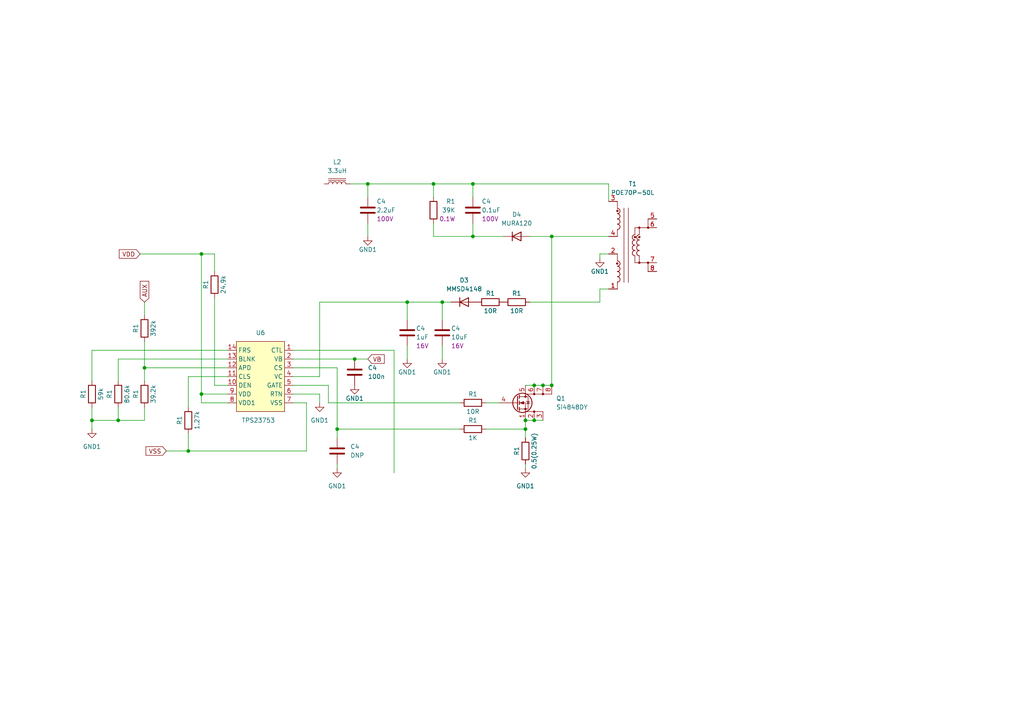
<source format=kicad_sch>
(kicad_sch (version 20230121) (generator eeschema)
  (paper "A4")
  (lib_symbols
    (symbol "Device:C" (pin_numbers hide) (pin_names (offset 0.254))
      (property "Reference" "C" (at 0.635 2.54 0))
      (property "Value" "C" (at 0.635 -2.54 0))
      (symbol "C_0_1"
        (polyline (pts (xy -2.032 -0.762) (xy 2.032 -0.762)) (stroke (width 0.508)))
        (polyline (pts (xy -2.032 0.762) (xy 2.032 0.762)) (stroke (width 0.508)))
      )
      (symbol "C_1_1"
        (pin passive line (at 0 3.81 270) (length 2.794) (name "~") (number "1"))
        (pin passive line (at 0 -3.81 90) (length 2.794) (name "~") (number "2"))
      )
    )
    (symbol "Device:D" (pin_numbers hide) (pin_names (offset 1.016) hide)
      (property "Reference" "D" (at 0 2.54 0))
      (property "Value" "D" (at 0 -2.54 0))
      (symbol "D_0_1"
        (polyline (pts (xy -1.27 1.27) (xy -1.27 -1.27)) (stroke (width 0.254)))
        (polyline (pts (xy 1.27 0) (xy -1.27 0)))
        (polyline (pts (xy 1.27 1.27) (xy 1.27 -1.27) (xy -1.27 0) (xy 1.27 1.27)) (stroke (width 0.254)))
      )
      (symbol "D_1_1"
        (pin passive line (at -3.81 0 0) (length 2.54) (name "K") (number "1"))
        (pin passive line (at 3.81 0 180) (length 2.54) (name "A") (number "2"))
      )
    )
    (symbol "Device:L_Iron" (pin_numbers hide) (pin_names (offset 1.016) hide)
      (property "Reference" "L" (at -1.27 0 90))
      (property "Value" "L_Iron" (at 2.794 0 90))
      (symbol "L_Iron_0_1"
        (arc (start 0 -2.54) (mid 0.6323 -1.905) (end 0 -1.27))
        (arc (start 0 -1.27) (mid 0.6323 -0.635) (end 0 0))
        (polyline (pts (xy 1.016 2.54) (xy 1.016 -2.54)))
        (polyline (pts (xy 1.524 -2.54) (xy 1.524 2.54)))
        (arc (start 0 0) (mid 0.6323 0.635) (end 0 1.27))
        (arc (start 0 1.27) (mid 0.6323 1.905) (end 0 2.54))
      )
      (symbol "L_Iron_1_1"
        (pin passive line (at 0 3.81 270) (length 1.27) (name "1") (number "1"))
        (pin passive line (at 0 -3.81 90) (length 1.27) (name "2") (number "2"))
      )
    )
    (symbol "Device:R" (pin_numbers hide) (pin_names (offset 0))
      (property "Reference" "R" (at 2.032 0 90))
      (property "Value" "R" (at 0 0 90))
      (symbol "R_0_1"
        (rectangle (start -1.016 -2.54) (end 1.016 2.54) (stroke (width 0.254)))
      )
      (symbol "R_1_1"
        (pin passive line (at 0 3.81 270) (length 1.27) (name "~") (number "1"))
        (pin passive line (at 0 -3.81 90) (length 1.27) (name "~") (number "2"))
      )
    )
    (symbol "Device:Si4848DY" (pin_names (offset 0) hide)
      (property "Reference" "Q" (at 5.08 1.27 0))
      (property "Value" "Si4848DY" (at 5.08 -1.27 0))
      (symbol "Si4848DY_0_1"
        (polyline (pts (xy 0.254 0) (xy -2.54 0)))
        (polyline (pts (xy 0.254 1.905) (xy 0.254 -1.905)) (stroke (width 0.254)))
        (polyline (pts (xy 0.762 -1.27) (xy 0.762 -2.286)) (stroke (width 0.254)))
        (polyline (pts (xy 0.762 0.508) (xy 0.762 -0.508)) (stroke (width 0.254)))
        (polyline (pts (xy 0.762 2.286) (xy 0.762 1.27)) (stroke (width 0.254)))
        (polyline (pts (xy 2.54 -2.54) (xy 5.08 -2.54)))
        (polyline (pts (xy 2.54 2.54) (xy 2.54 1.778)))
        (polyline (pts (xy 5.08 -2.54) (xy 7.62 -2.54)))
        (polyline (pts (xy 5.08 2.54) (xy 2.54 2.54)))
        (polyline (pts (xy 5.08 2.54) (xy 10.16 2.54)))
        (polyline (pts (xy 2.54 -2.54) (xy 2.54 0) (xy 0.762 0)))
        (polyline (pts (xy 0.762 -1.778) (xy 3.302 -1.778) (xy 3.302 1.778) (xy 0.762 1.778)))
        (polyline (pts (xy 1.016 0) (xy 2.032 0.381) (xy 2.032 -0.381) (xy 1.016 0)) (fill (type outline)))
        (polyline (pts (xy 2.794 0.508) (xy 2.921 0.381) (xy 3.683 0.381) (xy 3.81 0.254)))
        (polyline (pts (xy 3.302 0.381) (xy 2.921 -0.254) (xy 3.683 -0.254) (xy 3.302 0.381)))
        (circle (center 1.651 0) (radius 2.794) (stroke (width 0.254)))
        (circle (center 2.54 -1.778) (radius 0.254) (fill (type outline)))
        (circle (center 2.54 1.778) (radius 0.254) (fill (type outline)))
        (circle (center 5.08 -2.54) (radius 0.254) (fill (type outline)))
        (circle (center 5.08 2.54) (radius 0.254) (fill (type outline)))
        (circle (center 7.62 2.54) (radius 0.254) (fill (type outline)))
      )
      (symbol "Si4848DY_1_1"
        (pin passive line (at 2.54 -5.08 90) (length 2.54) (name "S") (number "1"))
        (pin passive line (at 5.08 -5.08 90) (length 2.54) (name "S") (number "2"))
        (pin passive line (at 7.62 -5.08 90) (length 2.54) (name "S") (number "3"))
        (pin input line (at -5.08 0 0) (length 2.54) (name "G") (number "4"))
        (pin passive line (at 2.54 5.08 270) (length 2.54) (name "D") (number "5"))
        (pin passive line (at 5.08 5.08 270) (length 2.54) (name "D") (number "6"))
        (pin passive line (at 7.62 5.08 270) (length 2.54) (name "D") (number "7"))
        (pin passive line (at 10.16 5.08 270) (length 2.54) (name "D") (number "8"))
      )
    )
    (symbol "Diode:MMSD4148" (pin_numbers hide) (pin_names hide)
      (property "Reference" "D" (at 0 2.54 0))
      (property "Value" "MMSD4148" (at 0 -2.54 0))
      (symbol "MMSD4148_0_1"
        (polyline (pts (xy -1.27 1.27) (xy -1.27 -1.27)) (stroke (width 0.254)))
        (polyline (pts (xy 1.27 0) (xy -1.27 0)))
        (polyline (pts (xy 1.27 1.27) (xy 1.27 -1.27) (xy -1.27 0) (xy 1.27 1.27)) (stroke (width 0.254)))
      )
      (symbol "MMSD4148_1_1"
        (pin passive line (at -3.81 0 0) (length 2.54) (name "K") (number "1"))
        (pin passive line (at 3.81 0 180) (length 2.54) (name "A") (number "2"))
      )
    )
    (symbol "Regulator_Controller:TPS23753APWR"
      (property "Reference" "U" (at 0 0 0))
      (symbol "TPS23753APWR_1_1"
        (rectangle (start 1.27 -2.54) (end 15.24 -22.86) (fill (type background)))
        (pin passive line (at -1.27 -5.08 0) (length 2.54) (name "CTL") (number "1"))
        (pin passive line (at 17.78 -15.24 180) (length 2.54) (name "DEN") (number "10"))
        (pin passive line (at 17.78 -12.7 180) (length 2.54) (name "CLS") (number "11"))
        (pin passive line (at 17.78 -10.16 180) (length 2.54) (name "APD") (number "12"))
        (pin passive line (at 17.78 -7.62 180) (length 2.54) (name "BLNK") (number "13"))
        (pin passive line (at 17.78 -5.08 180) (length 2.54) (name "FRS") (number "14"))
        (pin passive line (at -1.27 -7.62 0) (length 2.54) (name "VB") (number "2"))
        (pin passive line (at -1.27 -10.16 0) (length 2.54) (name "CS") (number "3"))
        (pin passive line (at -1.23 -12.7 0) (length 2.5) (name "VC") (number "4"))
        (pin passive line (at -1.27 -15.24 0) (length 2.54) (name "GATE") (number "5"))
        (pin passive line (at -1.27 -17.78 0) (length 2.54) (name "RTN") (number "6"))
        (pin passive line (at -1.27 -20.32 0) (length 2.54) (name "VSS") (number "7"))
        (pin passive line (at 17.78 -20.32 180) (length 2.54) (name "VDD1") (number "8"))
        (pin passive line (at 17.78 -17.78 180) (length 2.54) (name "VDD") (number "9"))
      )
    )
    (symbol "Transformer:POE70P-50L" (pin_names hide)
      (property "Reference" "T" (at 0 16.51 0))
      (property "Value" "POE70P-50L" (at 0 13.97 0))
      (symbol "POE70P-50L_0_1"
        (circle (center -2.591 -6.5767) (radius 0.254) (fill (type outline)))
        (arc (start -2.54 -11.938) (mid -1.7813 -11.176) (end -2.54 -10.414) (stroke (width 0.2032)))
        (arc (start -2.54 -10.414) (mid -1.7813 -9.652) (end -2.54 -8.89) (stroke (width 0.2032)))
        (arc (start -2.54 -8.89) (mid -1.7813 -8.128) (end -2.54 -7.366) (stroke (width 0.2032)))
        (arc (start -2.54 -7.366) (mid -1.7813 -6.604) (end -2.54 -5.842) (stroke (width 0.2032)))
        (arc (start -2.54 3.302) (mid -1.7813 4.064) (end -2.54 4.826) (stroke (width 0.2032)))
        (arc (start -2.54 4.826) (mid -1.7813 5.588) (end -2.54 6.35) (stroke (width 0.2032)))
        (arc (start -2.54 6.35) (mid -1.7813 7.112) (end -2.54 7.874) (stroke (width 0.2032)))
        (arc (start -2.54 7.874) (mid -1.7813 8.636) (end -2.54 9.398) (stroke (width 0.2032)))
        (circle (center -2.54 8.68) (radius 0.254) (fill (type outline)))
        (polyline (pts (xy -2.54 -13.97) (xy -2.54 -11.938)))
        (polyline (pts (xy -2.54 -5.842) (xy -2.54 -3.81)))
        (polyline (pts (xy -2.54 1.27) (xy -2.54 3.302)))
        (polyline (pts (xy -2.54 9.398) (xy -2.54 11.43)))
        (polyline (pts (xy -0.635 -12.065) (xy -0.635 9.525)))
        (polyline (pts (xy 0.635 -12.065) (xy 0.635 9.525)))
        (polyline (pts (xy 2.54 -6.35) (xy 2.54 -4.318)))
        (polyline (pts (xy 2.54 -6.35) (xy 6.35 -6.35)))
        (polyline (pts (xy 2.54 1.778) (xy 2.54 3.81)))
        (polyline (pts (xy 2.54 3.81) (xy 6.35 3.81)))
        (polyline (pts (xy 3.81 -6.35) (xy 3.81 -4.318)))
        (polyline (pts (xy 3.81 1.778) (xy 3.81 3.81)))
        (polyline (pts (xy 6.35 -8.89) (xy 6.35 -6.35)))
        (polyline (pts (xy 6.35 6.35) (xy 6.35 3.81)))
        (arc (start 2.54 -1.27) (mid 1.7813 -2.032) (end 2.54 -2.794) (stroke (width 0.2032)))
        (arc (start 2.54 0.254) (mid 1.7813 -0.508) (end 2.54 -1.27) (stroke (width 0.2032)))
        (arc (start 2.54 1.778) (mid 1.7813 1.016) (end 2.54 0.254) (stroke (width 0.2032)))
        (circle (center 2.5506 1.0737) (radius 0.254) (fill (type outline)))
        (circle (center 3.81 -6.35) (radius 0.254) (fill (type outline)))
        (arc (start 3.81 -1.27) (mid 3.0513 -2.032) (end 3.81 -2.794) (stroke (width 0.2032)))
        (arc (start 3.81 0.254) (mid 3.0513 -0.508) (end 3.81 -1.27) (stroke (width 0.2032)))
        (arc (start 3.81 1.778) (mid 3.0513 1.016) (end 3.81 0.254) (stroke (width 0.2032)))
        (circle (center 3.81 3.81) (radius 0.254) (fill (type outline)))
        (circle (center 3.8206 1.0737) (radius 0.254) (fill (type outline)))
        (circle (center 6.35 -6.35) (radius 0.254) (fill (type outline)))
        (circle (center 6.3834 3.8114) (radius 0.254) (fill (type outline)))
      )
      (symbol "POE70P-50L_1_1"
        (arc (start 2.54 -2.794) (mid 1.7813 -3.556) (end 2.54 -4.318) (stroke (width 0.2032)))
        (arc (start 3.81 -2.794) (mid 3.0513 -3.556) (end 3.81 -4.318) (stroke (width 0.2032)))
        (pin passive line (at -5.08 -13.97 0) (length 2.54) (name "~") (number "1"))
        (pin passive line (at -5.08 -3.81 0) (length 2.54) (name "~") (number "2"))
        (pin passive line (at -5.08 11.43 0) (length 2.54) (name "~") (number "3"))
        (pin passive line (at -5.08 1.27 0) (length 2.54) (name "~") (number "4"))
        (pin passive line (at 8.89 6.35 180) (length 2.54) (name "~") (number "5"))
        (pin passive line (at 8.89 3.81 180) (length 2.54) (name "~") (number "6"))
        (pin passive line (at 8.89 -6.35 180) (length 2.54) (name "~") (number "7"))
        (pin passive line (at 8.89 -8.89 180) (length 2.54) (name "~") (number "8"))
      )
    )
    (symbol "power:GND1" (power) (pin_names (offset 0))
      (property "Value" "GND1" (at 0 -3.81 0))
      (symbol "GND1_0_1"
        (polyline (pts (xy 0 0) (xy 0 -1.27) (xy 1.27 -1.27) (xy 0 -2.54) (xy -1.27 -1.27) (xy 0 -1.27)))
      )
      (symbol "GND1_1_1"
        (pin power_in line (at 0 0 270) (length 0) hide (name "GND1") (number "1"))
      )
    )
  )
  (junction (at 106.68 53.34))
  (junction (at 102.87 104.14))
  (junction (at 58.42 73.66))
  (junction (at 137.16 68.58))
  (junction (at 97.79 124.46))
  (junction (at 54.61 130.81))
  (junction (at 152.4 121.92))
  (junction (at 41.91 106.68))
  (junction (at 125.73 53.34))
  (junction (at 128.27 87.63))
  (junction (at 157.48 111.76))
  (junction (at 34.29 121.92))
  (junction (at 154.94 121.92))
  (junction (at 58.42 114.3))
  (junction (at 160.02 111.76))
  (junction (at 118.11 87.63))
  (junction (at 137.16 53.34))
  (junction (at 152.4 124.46))
  (junction (at 154.94 111.76))
  (junction (at 160.02 68.58))
  (junction (at 26.67 121.92))
  (wire (pts (xy 101.6 53.34) (xy 106.68 53.34)))
  (wire (pts (xy 97.79 135.89) (xy 97.79 134.62)))
  (wire (pts (xy 137.16 57.15) (xy 137.16 53.34)))
  (wire (pts (xy 41.91 99.06) (xy 41.91 106.68)))
  (wire (pts (xy 118.11 100.33) (xy 118.11 104.14)))
  (wire (pts (xy 154.94 121.92) (xy 157.48 121.92)))
  (wire (pts (xy 153.67 68.58) (xy 160.02 68.58)))
  (wire (pts (xy 41.91 106.68) (xy 41.91 110.49)))
  (wire (pts (xy 152.4 124.46) (xy 152.4 127)))
  (wire (pts (xy 66.04 101.6) (xy 26.67 101.6)))
  (wire (pts (xy 140.97 116.84) (xy 144.78 116.84)))
  (wire (pts (xy 152.4 121.92) (xy 154.94 121.92)))
  (wire (pts (xy 41.91 121.92) (xy 34.29 121.92)))
  (wire (pts (xy 58.42 73.66) (xy 62.23 73.66)))
  (wire (pts (xy 41.91 118.11) (xy 41.91 121.92)))
  (wire (pts (xy 118.11 87.63) (xy 118.11 92.71)))
  (wire (pts (xy 34.29 121.92) (xy 34.29 118.11)))
  (wire (pts (xy 160.02 68.58) (xy 176.53 68.58)))
  (wire (pts (xy 54.61 130.81) (xy 54.61 125.73)))
  (wire (pts (xy 176.53 53.34) (xy 176.53 58.42)))
  (wire (pts (xy 85.09 114.3) (xy 92.71 114.3)))
  (wire (pts (xy 157.48 111.76) (xy 160.02 111.76)))
  (wire (pts (xy 85.09 116.84) (xy 88.9 116.84)))
  (wire (pts (xy 173.99 74.93) (xy 173.99 73.66)))
  (wire (pts (xy 140.97 124.46) (xy 152.4 124.46)))
  (wire (pts (xy 54.61 118.11) (xy 54.61 109.22)))
  (wire (pts (xy 34.29 110.49) (xy 34.29 104.14)))
  (wire (pts (xy 137.16 53.34) (xy 176.53 53.34)))
  (wire (pts (xy 128.27 87.63) (xy 130.81 87.63)))
  (wire (pts (xy 92.71 87.63) (xy 92.71 109.22)))
  (wire (pts (xy 58.42 116.84) (xy 58.42 114.3)))
  (wire (pts (xy 95.25 116.84) (xy 133.35 116.84)))
  (wire (pts (xy 137.16 68.58) (xy 137.16 64.77)))
  (wire (pts (xy 62.23 73.66) (xy 62.23 78.74)))
  (wire (pts (xy 54.61 109.22) (xy 66.04 109.22)))
  (wire (pts (xy 85.09 111.76) (xy 95.25 111.76)))
  (wire (pts (xy 88.9 130.81) (xy 54.61 130.81)))
  (wire (pts (xy 85.09 101.6) (xy 114.3 101.6)))
  (wire (pts (xy 58.42 114.3) (xy 58.42 73.66)))
  (wire (pts (xy 152.4 111.76) (xy 154.94 111.76)))
  (wire (pts (xy 66.04 106.68) (xy 41.91 106.68)))
  (wire (pts (xy 128.27 92.71) (xy 128.27 87.63)))
  (wire (pts (xy 48.26 130.81) (xy 54.61 130.81)))
  (wire (pts (xy 146.05 68.58) (xy 137.16 68.58)))
  (wire (pts (xy 26.67 121.92) (xy 26.67 118.11)))
  (wire (pts (xy 85.09 106.68) (xy 97.79 106.68)))
  (wire (pts (xy 125.73 53.34) (xy 106.68 53.34)))
  (wire (pts (xy 66.04 114.3) (xy 58.42 114.3)))
  (wire (pts (xy 173.99 73.66) (xy 176.53 73.66)))
  (wire (pts (xy 26.67 101.6) (xy 26.67 110.49)))
  (wire (pts (xy 34.29 104.14) (xy 66.04 104.14)))
  (wire (pts (xy 152.4 124.46) (xy 152.4 121.92)))
  (wire (pts (xy 128.27 100.33) (xy 128.27 104.14)))
  (wire (pts (xy 125.73 53.34) (xy 137.16 53.34)))
  (wire (pts (xy 154.94 111.76) (xy 157.48 111.76)))
  (wire (pts (xy 92.71 87.63) (xy 118.11 87.63)))
  (wire (pts (xy 152.4 134.62) (xy 152.4 135.89)))
  (wire (pts (xy 125.73 57.15) (xy 125.73 53.34)))
  (wire (pts (xy 85.09 109.22) (xy 92.71 109.22)))
  (wire (pts (xy 137.16 68.58) (xy 125.73 68.58)))
  (wire (pts (xy 66.04 111.76) (xy 62.23 111.76)))
  (wire (pts (xy 26.67 121.92) (xy 26.67 124.46)))
  (wire (pts (xy 88.9 116.84) (xy 88.9 130.81)))
  (wire (pts (xy 95.25 111.76) (xy 95.25 116.84)))
  (wire (pts (xy 97.79 124.46) (xy 133.35 124.46)))
  (wire (pts (xy 106.68 53.34) (xy 106.68 57.15)))
  (wire (pts (xy 97.79 124.46) (xy 97.79 127)))
  (wire (pts (xy 66.04 116.84) (xy 58.42 116.84)))
  (wire (pts (xy 85.09 104.14) (xy 102.87 104.14)))
  (wire (pts (xy 173.99 83.82) (xy 176.53 83.82)))
  (wire (pts (xy 62.23 86.36) (xy 62.23 111.76)))
  (wire (pts (xy 128.27 87.63) (xy 118.11 87.63)))
  (wire (pts (xy 34.29 121.92) (xy 26.67 121.92)))
  (wire (pts (xy 173.99 87.63) (xy 173.99 83.82)))
  (wire (pts (xy 153.67 87.63) (xy 173.99 87.63)))
  (wire (pts (xy 97.79 106.68) (xy 97.79 124.46)))
  (wire (pts (xy 92.71 114.3) (xy 92.71 116.84)))
  (wire (pts (xy 41.91 87.63) (xy 41.91 91.44)))
  (wire (pts (xy 125.73 68.58) (xy 125.73 64.77)))
  (wire (pts (xy 160.02 111.76) (xy 160.02 68.58)))
  (wire (pts (xy 40.64 73.66) (xy 58.42 73.66)))
  (wire (pts (xy 114.3 101.6) (xy 114.3 137.16)))
  (wire (pts (xy 106.68 64.77) (xy 106.68 68.58)))
  (wire (pts (xy 102.87 104.14) (xy 106.68 104.14)))
  (global_label "VSS" (shape input) (at 48.26 130.81 180) (property "Intersheetrefs" "${INTERSHEET_REFS}" (effects hide)))
  (global_label "VB" (shape input) (at 106.68 104.14 0) (property "Intersheetrefs" "${INTERSHEET_REFS}" (effects hide)))
  (global_label "VDD" (shape input) (at 40.64 73.66 180) (property "Intersheetrefs" "${INTERSHEET_REFS}" (effects hide)))
  (global_label "AUX" (shape input) (at 41.91 87.63 90) (property "Intersheetrefs" "${INTERSHEET_REFS}" (effects hide)))
  (symbol (lib_id "Device:C") (at 128.27 96.52 0) (unit 1)
    (property "Reference" "C4" (at 130.81 95.25 0) (effects (justify left)))
    (property "Value" "10uF" (at 130.81 97.79 0) (effects (justify left)))
    (property "Footprint" "Capacitor_SMD:C_0402_1005Metric" (effects hide))
    (property "Voltage" "16V" (at 130.81 100.33 0) (effects (justify left)))
    (instances (project "stm32f745-eth-can-sdram" (path "" (reference "C4") (unit 1)) (path "" (reference "C12") (unit 1)) (path "" (reference "C48") (unit 1))))
  )
  (symbol (lib_id "Device:C") (at 102.87 107.95 0) (unit 1)
    (property "Reference" "C4" (at 106.68 106.68 0) (effects (justify left)))
    (property "Value" "100n" (at 106.68 109.22 0) (effects (justify left)))
    (property "Footprint" "Capacitor_SMD:C_0402_1005Metric" (effects hide))
    (instances (project "stm32f745-eth-can-sdram" (path "" (reference "C4") (unit 1)) (path "" (reference "C12") (unit 1)) (path "" (reference "C46") (unit 1))))
  )
  (symbol (lib_id "Device:R") (at 62.23 82.55 180) (unit 1)
    (property "Reference" "R1" (at 59.69 82.55 90))
    (property "Value" "24.9k" (at 64.77 82.55 90))
    (property "Footprint" "Resistor_SMD:R_0402_1005Metric" (effects hide))
    (instances (project "stm32f745-eth-can-sdram" (path "" (reference "R1") (unit 1)) (path "" (reference "R1") (unit 1)) (path "" (reference "R6") (unit 1)) (path "" (reference "R8") (unit 1))))
  )
  (symbol (lib_id "power:GND1") (at 152.4 135.89 0) (unit 1)
    (property "Reference" "#PWR047" (effects hide))
    (property "Value" "GND1" (at 152.4 140.97 0))
  )
  (symbol (lib_id "Device:R") (at 152.4 130.81 180) (unit 1)
    (property "Reference" "R1" (at 149.86 130.81 90))
    (property "Value" "0.5(0.25W)" (at 154.94 130.81 90))
    (property "Footprint" "Resistor_SMD:R_0402_1005Metric" (effects hide))
    (instances (project "stm32f745-eth-can-sdram" (path "" (reference "R1") (unit 1)) (path "" (reference "R1") (unit 1)) (path "" (reference "R6") (unit 1)) (path "" (reference "R16") (unit 1))))
  )
  (symbol (lib_id "Transformer:POE70P-50L") (at 181.61 69.85 0) (unit 1)
    (property "Reference" "T1" (at 183.5062 53.34 0))
    (property "Value" "POE70P-50L" (at 183.5062 55.88 0))
    (property "Datasheet" "https://es.farnell.com/en-ES/coilcraft/poe70p-50lb/transfrmr-flyback-1-0-262-155uh/dp/2458019" (effects hide))
  )
  (symbol (lib_id "Device:C") (at 97.79 130.81 0) (unit 1)
    (property "Reference" "C4" (at 101.6 129.54 0) (effects (justify left)))
    (property "Value" "DNP" (at 101.6 132.08 0) (effects (justify left)))
    (property "Footprint" "Capacitor_SMD:C_0402_1005Metric" (effects hide))
    (instances (project "stm32f745-eth-can-sdram" (path "" (reference "C4") (unit 1)) (path "" (reference "C3") (unit 1)) (path "" (reference "C36") (unit 1)) (path "" (reference "C45") (unit 1))))
  )
  (symbol (lib_id "Device:R") (at 142.24 87.63 90) (unit 1)
    (property "Reference" "R1" (at 142.24 85.09 90))
    (property "Value" "10R" (at 142.24 90.17 90))
    (property "Footprint" "Resistor_SMD:R_0402_1005Metric" (effects hide))
    (instances (project "stm32f745-eth-can-sdram" (path "" (reference "R1") (unit 1)) (path "" (reference "R1") (unit 1)) (path "" (reference "R6") (unit 1)) (path "" (reference "R17") (unit 1))))
  )
  (symbol (lib_id "power:GND1") (at 128.27 104.14 0) (unit 1)
    (property "Reference" "#PWR049" (effects hide))
    (property "Value" "GND1" (at 128.27 107.95 0))
  )
  (symbol (lib_id "Regulator_Controller:TPS23753APWR") (at 83.82 96.52 0) (mirror y) (unit 1)
    (property "Reference" "U6" (at 75.565 96.52 0))
    (property "Value" "TPS23753" (at 74.93 121.92 0))
    (property "Footprint" "Package_SO:TSSOP-14_4.4x5mm_P0.65mm" (effects hide))
    (property "Datasheet" "https://www.lcsc.com/product-detail/Power-Over-Ethernet-Controllers_Texas-Instruments-TPS23753APWR_C92115.html" (effects hide))
  )
  (symbol (lib_id "Device:R") (at 137.16 124.46 90) (unit 1)
    (property "Reference" "R1" (at 137.16 121.92 90))
    (property "Value" "1K" (at 137.16 127 90))
    (property "Footprint" "Resistor_SMD:R_0402_1005Metric" (effects hide))
    (instances (project "stm32f745-eth-can-sdram" (path "" (reference "R1") (unit 1)) (path "" (reference "R1") (unit 1)) (path "" (reference "R6") (unit 1)) (path "" (reference "R15") (unit 1))))
  )
  (symbol (lib_id "power:GND1") (at 106.68 68.58 0) (unit 1)
    (property "Reference" "#PWR051" (effects hide))
    (property "Value" "GND1" (at 106.68 72.39 0))
  )
  (symbol (lib_id "power:GND1") (at 26.67 124.46 0) (unit 1)
    (property "Reference" "#PWR043" (effects hide))
    (property "Value" "GND1" (at 26.67 129.54 0))
  )
  (symbol (lib_id "Device:R") (at 26.67 114.3 180) (unit 1)
    (property "Reference" "R1" (at 24.13 114.3 90))
    (property "Value" "59k" (at 29.21 114.3 90))
    (property "Footprint" "Resistor_SMD:R_0402_1005Metric" (effects hide))
    (instances (project "stm32f745-eth-can-sdram" (path "" (reference "R1") (unit 1)) (path "" (reference "R1") (unit 1)) (path "" (reference "R6") (unit 1)) (path "" (reference "R12") (unit 1))))
  )
  (symbol (lib_id "Diode:MMSD4148") (at 134.62 87.63 0) (unit 1)
    (property "Reference" "D3" (at 134.62 81.28 0))
    (property "Value" "MMSD4148" (at 134.62 83.82 0))
    (property "Footprint" "Diode_SMD:D_SOD-123" (effects hide))
    (property "Datasheet" "https://www.onsemi.com/pub/Collateral/MMSD4148T1-D.PDF" (effects hide))
    (property "Sim.Device" "D" (effects hide))
    (property "Sim.Pins" "1=K 2=A" (effects hide))
  )
  (symbol (lib_id "power:GND1") (at 173.99 74.93 0) (unit 1)
    (property "Reference" "#PWR050" (effects hide))
    (property "Value" "GND1" (at 173.99 78.74 0))
  )
  (symbol (lib_id "Device:R") (at 125.73 60.96 180) (unit 1)
    (property "Reference" "R1" (at 132.08 58.42 0) (effects (justify left)))
    (property "Value" "39K" (at 132.08 60.96 0) (effects (justify left)))
    (property "Footprint" "Resistor_SMD:R_0402_1005Metric" (effects hide))
    (property "Str" "0.1W" (at 132.08 63.5 0) (effects (justify left)))
    (instances (project "stm32f745-eth-can-sdram" (path "" (reference "R1") (unit 1)) (path "" (reference "R1") (unit 1)) (path "" (reference "R6") (unit 1)) (path "" (reference "R19") (unit 1))))
  )
  (symbol (lib_id "Device:R") (at 149.86 87.63 90) (unit 1)
    (property "Reference" "R1" (at 149.86 85.09 90))
    (property "Value" "10R" (at 149.86 90.17 90))
    (property "Footprint" "Resistor_SMD:R_0402_1005Metric" (effects hide))
    (instances (project "stm32f745-eth-can-sdram" (path "" (reference "R1") (unit 1)) (path "" (reference "R1") (unit 1)) (path "" (reference "R6") (unit 1)) (path "" (reference "R18") (unit 1))))
  )
  (symbol (lib_id "power:GND1") (at 118.11 104.14 0) (unit 1)
    (property "Reference" "#PWR048" (effects hide))
    (property "Value" "GND1" (at 118.11 107.95 0))
  )
  (symbol (lib_id "Device:R") (at 137.16 116.84 90) (unit 1)
    (property "Reference" "R1" (at 137.16 114.3 90))
    (property "Value" "10R" (at 137.16 119.38 90))
    (property "Footprint" "Resistor_SMD:R_0402_1005Metric" (effects hide))
    (instances (project "stm32f745-eth-can-sdram" (path "" (reference "R1") (unit 1)) (path "" (reference "R1") (unit 1)) (path "" (reference "R6") (unit 1)) (path "" (reference "R14") (unit 1))))
  )
  (symbol (lib_id "Device:C") (at 118.11 96.52 0) (unit 1)
    (property "Reference" "C4" (at 120.65 95.25 0) (effects (justify left)))
    (property "Value" "1uF" (at 120.65 97.79 0) (effects (justify left)))
    (property "Footprint" "Capacitor_SMD:C_0402_1005Metric" (effects hide))
    (property "Voltage" "16V" (at 120.65 100.33 0) (effects (justify left)))
    (instances (project "stm32f745-eth-can-sdram" (path "" (reference "C4") (unit 1)) (path "" (reference "C12") (unit 1)) (path "" (reference "C47") (unit 1))))
  )
  (symbol (lib_id "power:GND1") (at 97.79 135.89 0) (unit 1)
    (property "Reference" "#PWR045" (effects hide))
    (property "Value" "GND1" (at 97.79 140.97 0))
  )
  (symbol (lib_id "Device:C") (at 137.16 60.96 0) (unit 1)
    (property "Reference" "C4" (at 139.7 58.42 0) (effects (justify left)))
    (property "Value" "0.1uF" (at 139.7 60.96 0) (effects (justify left)))
    (property "Footprint" "Capacitor_SMD:C_0402_1005Metric" (effects hide))
    (property "Voltage" "100V" (at 139.7 63.5 0) (effects (justify left)))
    (instances (project "stm32f745-eth-can-sdram" (path "" (reference "C4") (unit 1)) (path "" (reference "C12") (unit 1)) (path "" (reference "C49") (unit 1))))
  )
  (symbol (lib_id "Device:C") (at 106.68 60.96 0) (unit 1)
    (property "Reference" "C4" (at 109.22 58.42 0) (effects (justify left)))
    (property "Value" "2.2uF" (at 109.22 60.96 0) (effects (justify left)))
    (property "Footprint" "Capacitor_SMD:C_0402_1005Metric" (effects hide))
    (property "Voltage" "100V" (at 109.22 63.5 0) (effects (justify left)))
    (instances (project "stm32f745-eth-can-sdram" (path "" (reference "C4") (unit 1)) (path "" (reference "C12") (unit 1)) (path "" (reference "C50") (unit 1))))
  )
  (symbol (lib_id "Device:R") (at 41.91 95.25 180) (unit 1)
    (property "Reference" "R1" (at 39.37 95.25 90))
    (property "Value" "392k" (at 44.45 95.25 90))
    (property "Footprint" "Resistor_SMD:R_0402_1005Metric" (effects hide))
    (instances (project "stm32f745-eth-can-sdram" (path "" (reference "R1") (unit 1)) (path "" (reference "R1") (unit 1)) (path "" (reference "R6") (unit 1)) (path "" (reference "R13") (unit 1))))
  )
  (symbol (lib_id "Device:R") (at 34.29 114.3 180) (unit 1)
    (property "Reference" "R1" (at 31.75 114.3 90))
    (property "Value" "80.6k" (at 36.83 114.3 90))
    (property "Footprint" "Resistor_SMD:R_0402_1005Metric" (effects hide))
    (instances (project "stm32f745-eth-can-sdram" (path "" (reference "R1") (unit 1)) (path "" (reference "R1") (unit 1)) (path "" (reference "R6") (unit 1)) (path "" (reference "R11") (unit 1))))
  )
  (symbol (lib_id "Device:Si4848DY") (at 149.86 116.84 0) (unit 1)
    (property "Reference" "Q1" (at 161.29 115.57 0) (effects (justify left)))
    (property "Value" "Si4848DY" (at 161.29 118.11 0) (effects (justify left)))
    (property "Footprint" "Package_SO:SOP-8_3.9x4.9mm_P1.27mm" (effects hide))
    (property "Datasheet" "https://www.lcsc.com/product-detail/MOSFETs_Vishay-Intertech-SI4848DY-T1-GE3_C500639.html" (effects hide))
  )
  (symbol (lib_id "Device:L_Iron") (at 97.79 53.34 90) (unit 1)
    (property "Reference" "L2" (at 97.79 46.99 90))
    (property "Value" "3.3uH" (at 97.79 49.53 90))
    (property "Footprint" "Inductor_SMD:L_7.3x7.3_H3.5" (effects hide))
  )
  (symbol (lib_id "power:GND1") (at 92.71 116.84 0) (unit 1)
    (property "Reference" "#PWR044" (effects hide))
    (property "Value" "GND1" (at 92.71 121.92 0))
  )
  (symbol (lib_id "Device:R") (at 54.61 121.92 180) (unit 1)
    (property "Reference" "R1" (at 52.07 121.92 90))
    (property "Value" "1.27k" (at 57.15 121.92 90))
    (property "Footprint" "Resistor_SMD:R_0402_1005Metric" (effects hide))
    (instances (project "stm32f745-eth-can-sdram" (path "" (reference "R1") (unit 1)) (path "" (reference "R1") (unit 1)) (path "" (reference "R6") (unit 1)) (path "" (reference "R9") (unit 1))))
  )
  (symbol (lib_id "Device:R") (at 41.91 114.3 180) (unit 1)
    (property "Reference" "R1" (at 39.37 114.3 90))
    (property "Value" "39.2k" (at 44.45 114.3 90))
    (property "Footprint" "Resistor_SMD:R_0402_1005Metric" (effects hide))
    (instances (project "stm32f745-eth-can-sdram" (path "" (reference "R1") (unit 1)) (path "" (reference "R1") (unit 1)) (path "" (reference "R6") (unit 1)) (path "" (reference "R10") (unit 1))))
  )
  (symbol (lib_id "Device:D") (at 149.86 68.58 0) (unit 1)
    (property "Reference" "D4" (at 149.86 62.23 0))
    (property "Value" "MURA120" (at 149.86 64.77 0))
    (property "Footprint" "Diode_SMD:D_SMA" (effects hide))
    (property "Datasheet" "https://www.lcsc.com/product-detail/Diodes-Fast-Recovery-Rectifiers_FUXINSEMI-MURA120T3G_C7503111.html" (effects hide))
  )
  (symbol (lib_id "power:GND1") (at 102.87 111.76 0) (unit 1)
    (property "Reference" "#PWR046" (effects hide))
    (property "Value" "GND1" (at 102.87 115.57 0))
  )
)
</source>
